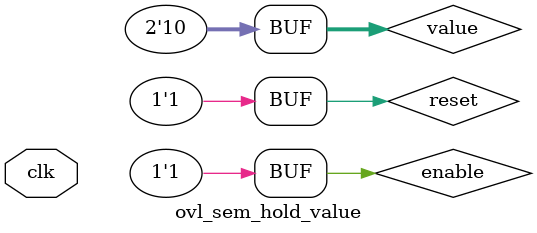
<source format=sv>
module ovl_sem_hold_value(input logic clk);
  logic reset = 1'b1;
  logic enable = 1'b1;
  logic [1:0] value = 2'b10;
  logic [1:0] test_expr = 2'b00;
  logic [2:0] cycles = 3'd0;

  always_ff @(posedge clk) begin
    cycles <= cycles + 3'd1;
    if (cycles == 3'd1)
      test_expr <= value;
    else if (cycles == 3'd2) begin
`ifdef FAIL
      test_expr <= value;
`else
      test_expr <= 2'b11;
`endif
    end
  end

  ovl_hold_value #(
      .min(0),
      .max(0),
      .width(2)) dut (
      .clock(clk),
      .reset(reset),
      .enable(enable),
      .test_expr(test_expr),
      .value(value),
      .fire());
endmodule

</source>
